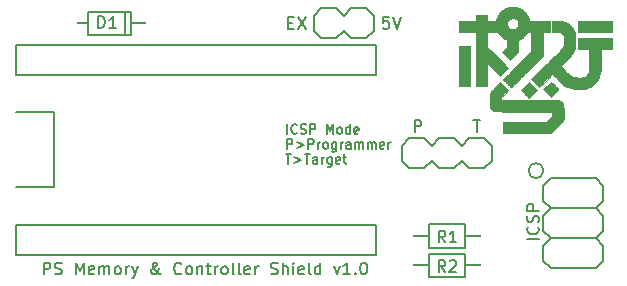
<source format=gbr>
G04 #@! TF.FileFunction,Legend,Top*
%FSLAX46Y46*%
G04 Gerber Fmt 4.6, Leading zero omitted, Abs format (unit mm)*
G04 Created by KiCad (PCBNEW 4.0.1-stable) date 2017/09/04 6:08:59*
%MOMM*%
G01*
G04 APERTURE LIST*
%ADD10C,0.100000*%
%ADD11C,0.200000*%
%ADD12C,0.150000*%
%ADD13C,0.010000*%
%ADD14R,1.797000X1.797000*%
%ADD15C,1.797000*%
%ADD16R,1.924000X1.924000*%
%ADD17C,1.924000*%
%ADD18C,2.400000*%
%ADD19C,3.400000*%
%ADD20C,3.900000*%
G04 APERTURE END LIST*
D10*
D11*
X182675000Y-119375000D02*
X179500000Y-119375000D01*
X182675000Y-113025000D02*
X182675000Y-119375000D01*
X179500000Y-113025000D02*
X182675000Y-113025000D01*
D12*
X202440476Y-114841905D02*
X202440476Y-114041905D01*
X203278571Y-114765714D02*
X203240476Y-114803810D01*
X203126190Y-114841905D01*
X203050000Y-114841905D01*
X202935714Y-114803810D01*
X202859523Y-114727619D01*
X202821428Y-114651429D01*
X202783333Y-114499048D01*
X202783333Y-114384762D01*
X202821428Y-114232381D01*
X202859523Y-114156190D01*
X202935714Y-114080000D01*
X203050000Y-114041905D01*
X203126190Y-114041905D01*
X203240476Y-114080000D01*
X203278571Y-114118095D01*
X203583333Y-114803810D02*
X203697619Y-114841905D01*
X203888095Y-114841905D01*
X203964285Y-114803810D01*
X204002381Y-114765714D01*
X204040476Y-114689524D01*
X204040476Y-114613333D01*
X204002381Y-114537143D01*
X203964285Y-114499048D01*
X203888095Y-114460952D01*
X203735714Y-114422857D01*
X203659523Y-114384762D01*
X203621428Y-114346667D01*
X203583333Y-114270476D01*
X203583333Y-114194286D01*
X203621428Y-114118095D01*
X203659523Y-114080000D01*
X203735714Y-114041905D01*
X203926190Y-114041905D01*
X204040476Y-114080000D01*
X204383333Y-114841905D02*
X204383333Y-114041905D01*
X204688095Y-114041905D01*
X204764286Y-114080000D01*
X204802381Y-114118095D01*
X204840476Y-114194286D01*
X204840476Y-114308571D01*
X204802381Y-114384762D01*
X204764286Y-114422857D01*
X204688095Y-114460952D01*
X204383333Y-114460952D01*
X205792857Y-114841905D02*
X205792857Y-114041905D01*
X206059524Y-114613333D01*
X206326191Y-114041905D01*
X206326191Y-114841905D01*
X206821429Y-114841905D02*
X206745238Y-114803810D01*
X206707143Y-114765714D01*
X206669048Y-114689524D01*
X206669048Y-114460952D01*
X206707143Y-114384762D01*
X206745238Y-114346667D01*
X206821429Y-114308571D01*
X206935715Y-114308571D01*
X207011905Y-114346667D01*
X207050000Y-114384762D01*
X207088096Y-114460952D01*
X207088096Y-114689524D01*
X207050000Y-114765714D01*
X207011905Y-114803810D01*
X206935715Y-114841905D01*
X206821429Y-114841905D01*
X207773810Y-114841905D02*
X207773810Y-114041905D01*
X207773810Y-114803810D02*
X207697620Y-114841905D01*
X207545239Y-114841905D01*
X207469048Y-114803810D01*
X207430953Y-114765714D01*
X207392858Y-114689524D01*
X207392858Y-114460952D01*
X207430953Y-114384762D01*
X207469048Y-114346667D01*
X207545239Y-114308571D01*
X207697620Y-114308571D01*
X207773810Y-114346667D01*
X208459525Y-114803810D02*
X208383335Y-114841905D01*
X208230954Y-114841905D01*
X208154763Y-114803810D01*
X208116668Y-114727619D01*
X208116668Y-114422857D01*
X208154763Y-114346667D01*
X208230954Y-114308571D01*
X208383335Y-114308571D01*
X208459525Y-114346667D01*
X208497620Y-114422857D01*
X208497620Y-114499048D01*
X208116668Y-114575238D01*
X202440476Y-116111905D02*
X202440476Y-115311905D01*
X202745238Y-115311905D01*
X202821429Y-115350000D01*
X202859524Y-115388095D01*
X202897619Y-115464286D01*
X202897619Y-115578571D01*
X202859524Y-115654762D01*
X202821429Y-115692857D01*
X202745238Y-115730952D01*
X202440476Y-115730952D01*
X203240476Y-115578571D02*
X203850000Y-115807143D01*
X203240476Y-116035714D01*
X204230952Y-116111905D02*
X204230952Y-115311905D01*
X204535714Y-115311905D01*
X204611905Y-115350000D01*
X204650000Y-115388095D01*
X204688095Y-115464286D01*
X204688095Y-115578571D01*
X204650000Y-115654762D01*
X204611905Y-115692857D01*
X204535714Y-115730952D01*
X204230952Y-115730952D01*
X205030952Y-116111905D02*
X205030952Y-115578571D01*
X205030952Y-115730952D02*
X205069047Y-115654762D01*
X205107143Y-115616667D01*
X205183333Y-115578571D01*
X205259524Y-115578571D01*
X205640476Y-116111905D02*
X205564285Y-116073810D01*
X205526190Y-116035714D01*
X205488095Y-115959524D01*
X205488095Y-115730952D01*
X205526190Y-115654762D01*
X205564285Y-115616667D01*
X205640476Y-115578571D01*
X205754762Y-115578571D01*
X205830952Y-115616667D01*
X205869047Y-115654762D01*
X205907143Y-115730952D01*
X205907143Y-115959524D01*
X205869047Y-116035714D01*
X205830952Y-116073810D01*
X205754762Y-116111905D01*
X205640476Y-116111905D01*
X206592857Y-115578571D02*
X206592857Y-116226190D01*
X206554762Y-116302381D01*
X206516667Y-116340476D01*
X206440476Y-116378571D01*
X206326191Y-116378571D01*
X206250000Y-116340476D01*
X206592857Y-116073810D02*
X206516667Y-116111905D01*
X206364286Y-116111905D01*
X206288095Y-116073810D01*
X206250000Y-116035714D01*
X206211905Y-115959524D01*
X206211905Y-115730952D01*
X206250000Y-115654762D01*
X206288095Y-115616667D01*
X206364286Y-115578571D01*
X206516667Y-115578571D01*
X206592857Y-115616667D01*
X206973810Y-116111905D02*
X206973810Y-115578571D01*
X206973810Y-115730952D02*
X207011905Y-115654762D01*
X207050001Y-115616667D01*
X207126191Y-115578571D01*
X207202382Y-115578571D01*
X207811905Y-116111905D02*
X207811905Y-115692857D01*
X207773810Y-115616667D01*
X207697620Y-115578571D01*
X207545239Y-115578571D01*
X207469048Y-115616667D01*
X207811905Y-116073810D02*
X207735715Y-116111905D01*
X207545239Y-116111905D01*
X207469048Y-116073810D01*
X207430953Y-115997619D01*
X207430953Y-115921429D01*
X207469048Y-115845238D01*
X207545239Y-115807143D01*
X207735715Y-115807143D01*
X207811905Y-115769048D01*
X208192858Y-116111905D02*
X208192858Y-115578571D01*
X208192858Y-115654762D02*
X208230953Y-115616667D01*
X208307144Y-115578571D01*
X208421430Y-115578571D01*
X208497620Y-115616667D01*
X208535715Y-115692857D01*
X208535715Y-116111905D01*
X208535715Y-115692857D02*
X208573811Y-115616667D01*
X208650001Y-115578571D01*
X208764287Y-115578571D01*
X208840477Y-115616667D01*
X208878572Y-115692857D01*
X208878572Y-116111905D01*
X209259525Y-116111905D02*
X209259525Y-115578571D01*
X209259525Y-115654762D02*
X209297620Y-115616667D01*
X209373811Y-115578571D01*
X209488097Y-115578571D01*
X209564287Y-115616667D01*
X209602382Y-115692857D01*
X209602382Y-116111905D01*
X209602382Y-115692857D02*
X209640478Y-115616667D01*
X209716668Y-115578571D01*
X209830954Y-115578571D01*
X209907144Y-115616667D01*
X209945239Y-115692857D01*
X209945239Y-116111905D01*
X210630954Y-116073810D02*
X210554764Y-116111905D01*
X210402383Y-116111905D01*
X210326192Y-116073810D01*
X210288097Y-115997619D01*
X210288097Y-115692857D01*
X210326192Y-115616667D01*
X210402383Y-115578571D01*
X210554764Y-115578571D01*
X210630954Y-115616667D01*
X210669049Y-115692857D01*
X210669049Y-115769048D01*
X210288097Y-115845238D01*
X211011906Y-116111905D02*
X211011906Y-115578571D01*
X211011906Y-115730952D02*
X211050001Y-115654762D01*
X211088097Y-115616667D01*
X211164287Y-115578571D01*
X211240478Y-115578571D01*
X202326190Y-116581905D02*
X202783333Y-116581905D01*
X202554762Y-117381905D02*
X202554762Y-116581905D01*
X203050000Y-116848571D02*
X203659524Y-117077143D01*
X203050000Y-117305714D01*
X203926190Y-116581905D02*
X204383333Y-116581905D01*
X204154762Y-117381905D02*
X204154762Y-116581905D01*
X204992857Y-117381905D02*
X204992857Y-116962857D01*
X204954762Y-116886667D01*
X204878572Y-116848571D01*
X204726191Y-116848571D01*
X204650000Y-116886667D01*
X204992857Y-117343810D02*
X204916667Y-117381905D01*
X204726191Y-117381905D01*
X204650000Y-117343810D01*
X204611905Y-117267619D01*
X204611905Y-117191429D01*
X204650000Y-117115238D01*
X204726191Y-117077143D01*
X204916667Y-117077143D01*
X204992857Y-117039048D01*
X205373810Y-117381905D02*
X205373810Y-116848571D01*
X205373810Y-117000952D02*
X205411905Y-116924762D01*
X205450001Y-116886667D01*
X205526191Y-116848571D01*
X205602382Y-116848571D01*
X206211905Y-116848571D02*
X206211905Y-117496190D01*
X206173810Y-117572381D01*
X206135715Y-117610476D01*
X206059524Y-117648571D01*
X205945239Y-117648571D01*
X205869048Y-117610476D01*
X206211905Y-117343810D02*
X206135715Y-117381905D01*
X205983334Y-117381905D01*
X205907143Y-117343810D01*
X205869048Y-117305714D01*
X205830953Y-117229524D01*
X205830953Y-117000952D01*
X205869048Y-116924762D01*
X205907143Y-116886667D01*
X205983334Y-116848571D01*
X206135715Y-116848571D01*
X206211905Y-116886667D01*
X206897620Y-117343810D02*
X206821430Y-117381905D01*
X206669049Y-117381905D01*
X206592858Y-117343810D01*
X206554763Y-117267619D01*
X206554763Y-116962857D01*
X206592858Y-116886667D01*
X206669049Y-116848571D01*
X206821430Y-116848571D01*
X206897620Y-116886667D01*
X206935715Y-116962857D01*
X206935715Y-117039048D01*
X206554763Y-117115238D01*
X207164286Y-116848571D02*
X207469048Y-116848571D01*
X207278572Y-116581905D02*
X207278572Y-117267619D01*
X207316667Y-117343810D01*
X207392858Y-117381905D01*
X207469048Y-117381905D01*
X202559524Y-105428571D02*
X202892858Y-105428571D01*
X203035715Y-105952381D02*
X202559524Y-105952381D01*
X202559524Y-104952381D01*
X203035715Y-104952381D01*
X203369048Y-104952381D02*
X204035715Y-105952381D01*
X204035715Y-104952381D02*
X203369048Y-105952381D01*
X211059524Y-104952381D02*
X210583333Y-104952381D01*
X210535714Y-105428571D01*
X210583333Y-105380952D01*
X210678571Y-105333333D01*
X210916667Y-105333333D01*
X211011905Y-105380952D01*
X211059524Y-105428571D01*
X211107143Y-105523810D01*
X211107143Y-105761905D01*
X211059524Y-105857143D01*
X211011905Y-105904762D01*
X210916667Y-105952381D01*
X210678571Y-105952381D01*
X210583333Y-105904762D01*
X210535714Y-105857143D01*
X211392857Y-104952381D02*
X211726190Y-105952381D01*
X212059524Y-104952381D01*
X181833331Y-126752381D02*
X181833331Y-125752381D01*
X182214284Y-125752381D01*
X182309522Y-125800000D01*
X182357141Y-125847619D01*
X182404760Y-125942857D01*
X182404760Y-126085714D01*
X182357141Y-126180952D01*
X182309522Y-126228571D01*
X182214284Y-126276190D01*
X181833331Y-126276190D01*
X182785712Y-126704762D02*
X182928569Y-126752381D01*
X183166665Y-126752381D01*
X183261903Y-126704762D01*
X183309522Y-126657143D01*
X183357141Y-126561905D01*
X183357141Y-126466667D01*
X183309522Y-126371429D01*
X183261903Y-126323810D01*
X183166665Y-126276190D01*
X182976188Y-126228571D01*
X182880950Y-126180952D01*
X182833331Y-126133333D01*
X182785712Y-126038095D01*
X182785712Y-125942857D01*
X182833331Y-125847619D01*
X182880950Y-125800000D01*
X182976188Y-125752381D01*
X183214284Y-125752381D01*
X183357141Y-125800000D01*
X184547617Y-126752381D02*
X184547617Y-125752381D01*
X184880951Y-126466667D01*
X185214284Y-125752381D01*
X185214284Y-126752381D01*
X186071427Y-126704762D02*
X185976189Y-126752381D01*
X185785712Y-126752381D01*
X185690474Y-126704762D01*
X185642855Y-126609524D01*
X185642855Y-126228571D01*
X185690474Y-126133333D01*
X185785712Y-126085714D01*
X185976189Y-126085714D01*
X186071427Y-126133333D01*
X186119046Y-126228571D01*
X186119046Y-126323810D01*
X185642855Y-126419048D01*
X186547617Y-126752381D02*
X186547617Y-126085714D01*
X186547617Y-126180952D02*
X186595236Y-126133333D01*
X186690474Y-126085714D01*
X186833332Y-126085714D01*
X186928570Y-126133333D01*
X186976189Y-126228571D01*
X186976189Y-126752381D01*
X186976189Y-126228571D02*
X187023808Y-126133333D01*
X187119046Y-126085714D01*
X187261903Y-126085714D01*
X187357141Y-126133333D01*
X187404760Y-126228571D01*
X187404760Y-126752381D01*
X188023807Y-126752381D02*
X187928569Y-126704762D01*
X187880950Y-126657143D01*
X187833331Y-126561905D01*
X187833331Y-126276190D01*
X187880950Y-126180952D01*
X187928569Y-126133333D01*
X188023807Y-126085714D01*
X188166665Y-126085714D01*
X188261903Y-126133333D01*
X188309522Y-126180952D01*
X188357141Y-126276190D01*
X188357141Y-126561905D01*
X188309522Y-126657143D01*
X188261903Y-126704762D01*
X188166665Y-126752381D01*
X188023807Y-126752381D01*
X188785712Y-126752381D02*
X188785712Y-126085714D01*
X188785712Y-126276190D02*
X188833331Y-126180952D01*
X188880950Y-126133333D01*
X188976188Y-126085714D01*
X189071427Y-126085714D01*
X189309522Y-126085714D02*
X189547617Y-126752381D01*
X189785713Y-126085714D02*
X189547617Y-126752381D01*
X189452379Y-126990476D01*
X189404760Y-127038095D01*
X189309522Y-127085714D01*
X191738094Y-126752381D02*
X191690475Y-126752381D01*
X191595237Y-126704762D01*
X191452380Y-126561905D01*
X191214285Y-126276190D01*
X191119046Y-126133333D01*
X191071427Y-125990476D01*
X191071427Y-125895238D01*
X191119046Y-125800000D01*
X191214285Y-125752381D01*
X191261904Y-125752381D01*
X191357142Y-125800000D01*
X191404761Y-125895238D01*
X191404761Y-125942857D01*
X191357142Y-126038095D01*
X191309523Y-126085714D01*
X191023808Y-126276190D01*
X190976189Y-126323810D01*
X190928570Y-126419048D01*
X190928570Y-126561905D01*
X190976189Y-126657143D01*
X191023808Y-126704762D01*
X191119046Y-126752381D01*
X191261904Y-126752381D01*
X191357142Y-126704762D01*
X191404761Y-126657143D01*
X191547618Y-126466667D01*
X191595237Y-126323810D01*
X191595237Y-126228571D01*
X193499999Y-126657143D02*
X193452380Y-126704762D01*
X193309523Y-126752381D01*
X193214285Y-126752381D01*
X193071427Y-126704762D01*
X192976189Y-126609524D01*
X192928570Y-126514286D01*
X192880951Y-126323810D01*
X192880951Y-126180952D01*
X192928570Y-125990476D01*
X192976189Y-125895238D01*
X193071427Y-125800000D01*
X193214285Y-125752381D01*
X193309523Y-125752381D01*
X193452380Y-125800000D01*
X193499999Y-125847619D01*
X194071427Y-126752381D02*
X193976189Y-126704762D01*
X193928570Y-126657143D01*
X193880951Y-126561905D01*
X193880951Y-126276190D01*
X193928570Y-126180952D01*
X193976189Y-126133333D01*
X194071427Y-126085714D01*
X194214285Y-126085714D01*
X194309523Y-126133333D01*
X194357142Y-126180952D01*
X194404761Y-126276190D01*
X194404761Y-126561905D01*
X194357142Y-126657143D01*
X194309523Y-126704762D01*
X194214285Y-126752381D01*
X194071427Y-126752381D01*
X194833332Y-126085714D02*
X194833332Y-126752381D01*
X194833332Y-126180952D02*
X194880951Y-126133333D01*
X194976189Y-126085714D01*
X195119047Y-126085714D01*
X195214285Y-126133333D01*
X195261904Y-126228571D01*
X195261904Y-126752381D01*
X195595237Y-126085714D02*
X195976189Y-126085714D01*
X195738094Y-125752381D02*
X195738094Y-126609524D01*
X195785713Y-126704762D01*
X195880951Y-126752381D01*
X195976189Y-126752381D01*
X196309523Y-126752381D02*
X196309523Y-126085714D01*
X196309523Y-126276190D02*
X196357142Y-126180952D01*
X196404761Y-126133333D01*
X196499999Y-126085714D01*
X196595238Y-126085714D01*
X197071428Y-126752381D02*
X196976190Y-126704762D01*
X196928571Y-126657143D01*
X196880952Y-126561905D01*
X196880952Y-126276190D01*
X196928571Y-126180952D01*
X196976190Y-126133333D01*
X197071428Y-126085714D01*
X197214286Y-126085714D01*
X197309524Y-126133333D01*
X197357143Y-126180952D01*
X197404762Y-126276190D01*
X197404762Y-126561905D01*
X197357143Y-126657143D01*
X197309524Y-126704762D01*
X197214286Y-126752381D01*
X197071428Y-126752381D01*
X197976190Y-126752381D02*
X197880952Y-126704762D01*
X197833333Y-126609524D01*
X197833333Y-125752381D01*
X198500000Y-126752381D02*
X198404762Y-126704762D01*
X198357143Y-126609524D01*
X198357143Y-125752381D01*
X199261906Y-126704762D02*
X199166668Y-126752381D01*
X198976191Y-126752381D01*
X198880953Y-126704762D01*
X198833334Y-126609524D01*
X198833334Y-126228571D01*
X198880953Y-126133333D01*
X198976191Y-126085714D01*
X199166668Y-126085714D01*
X199261906Y-126133333D01*
X199309525Y-126228571D01*
X199309525Y-126323810D01*
X198833334Y-126419048D01*
X199738096Y-126752381D02*
X199738096Y-126085714D01*
X199738096Y-126276190D02*
X199785715Y-126180952D01*
X199833334Y-126133333D01*
X199928572Y-126085714D01*
X200023811Y-126085714D01*
X201071430Y-126704762D02*
X201214287Y-126752381D01*
X201452383Y-126752381D01*
X201547621Y-126704762D01*
X201595240Y-126657143D01*
X201642859Y-126561905D01*
X201642859Y-126466667D01*
X201595240Y-126371429D01*
X201547621Y-126323810D01*
X201452383Y-126276190D01*
X201261906Y-126228571D01*
X201166668Y-126180952D01*
X201119049Y-126133333D01*
X201071430Y-126038095D01*
X201071430Y-125942857D01*
X201119049Y-125847619D01*
X201166668Y-125800000D01*
X201261906Y-125752381D01*
X201500002Y-125752381D01*
X201642859Y-125800000D01*
X202071430Y-126752381D02*
X202071430Y-125752381D01*
X202500002Y-126752381D02*
X202500002Y-126228571D01*
X202452383Y-126133333D01*
X202357145Y-126085714D01*
X202214287Y-126085714D01*
X202119049Y-126133333D01*
X202071430Y-126180952D01*
X202976192Y-126752381D02*
X202976192Y-126085714D01*
X202976192Y-125752381D02*
X202928573Y-125800000D01*
X202976192Y-125847619D01*
X203023811Y-125800000D01*
X202976192Y-125752381D01*
X202976192Y-125847619D01*
X203833335Y-126704762D02*
X203738097Y-126752381D01*
X203547620Y-126752381D01*
X203452382Y-126704762D01*
X203404763Y-126609524D01*
X203404763Y-126228571D01*
X203452382Y-126133333D01*
X203547620Y-126085714D01*
X203738097Y-126085714D01*
X203833335Y-126133333D01*
X203880954Y-126228571D01*
X203880954Y-126323810D01*
X203404763Y-126419048D01*
X204452382Y-126752381D02*
X204357144Y-126704762D01*
X204309525Y-126609524D01*
X204309525Y-125752381D01*
X205261907Y-126752381D02*
X205261907Y-125752381D01*
X205261907Y-126704762D02*
X205166669Y-126752381D01*
X204976192Y-126752381D01*
X204880954Y-126704762D01*
X204833335Y-126657143D01*
X204785716Y-126561905D01*
X204785716Y-126276190D01*
X204833335Y-126180952D01*
X204880954Y-126133333D01*
X204976192Y-126085714D01*
X205166669Y-126085714D01*
X205261907Y-126133333D01*
X206404764Y-126085714D02*
X206642859Y-126752381D01*
X206880955Y-126085714D01*
X207785717Y-126752381D02*
X207214288Y-126752381D01*
X207500002Y-126752381D02*
X207500002Y-125752381D01*
X207404764Y-125895238D01*
X207309526Y-125990476D01*
X207214288Y-126038095D01*
X208214288Y-126657143D02*
X208261907Y-126704762D01*
X208214288Y-126752381D01*
X208166669Y-126704762D01*
X208214288Y-126657143D01*
X208214288Y-126752381D01*
X208880954Y-125752381D02*
X208976193Y-125752381D01*
X209071431Y-125800000D01*
X209119050Y-125847619D01*
X209166669Y-125942857D01*
X209214288Y-126133333D01*
X209214288Y-126371429D01*
X209166669Y-126561905D01*
X209119050Y-126657143D01*
X209071431Y-126704762D01*
X208976193Y-126752381D01*
X208880954Y-126752381D01*
X208785716Y-126704762D01*
X208738097Y-126657143D01*
X208690478Y-126561905D01*
X208642859Y-126371429D01*
X208642859Y-126133333D01*
X208690478Y-125942857D01*
X208738097Y-125847619D01*
X208785716Y-125800000D01*
X208880954Y-125752381D01*
X223752381Y-123776190D02*
X222752381Y-123776190D01*
X223657143Y-122728571D02*
X223704762Y-122776190D01*
X223752381Y-122919047D01*
X223752381Y-123014285D01*
X223704762Y-123157143D01*
X223609524Y-123252381D01*
X223514286Y-123300000D01*
X223323810Y-123347619D01*
X223180952Y-123347619D01*
X222990476Y-123300000D01*
X222895238Y-123252381D01*
X222800000Y-123157143D01*
X222752381Y-123014285D01*
X222752381Y-122919047D01*
X222800000Y-122776190D01*
X222847619Y-122728571D01*
X223704762Y-122347619D02*
X223752381Y-122204762D01*
X223752381Y-121966666D01*
X223704762Y-121871428D01*
X223657143Y-121823809D01*
X223561905Y-121776190D01*
X223466667Y-121776190D01*
X223371429Y-121823809D01*
X223323810Y-121871428D01*
X223276190Y-121966666D01*
X223228571Y-122157143D01*
X223180952Y-122252381D01*
X223133333Y-122300000D01*
X223038095Y-122347619D01*
X222942857Y-122347619D01*
X222847619Y-122300000D01*
X222800000Y-122252381D01*
X222752381Y-122157143D01*
X222752381Y-121919047D01*
X222800000Y-121776190D01*
X223752381Y-121347619D02*
X222752381Y-121347619D01*
X222752381Y-120966666D01*
X222800000Y-120871428D01*
X222847619Y-120823809D01*
X222942857Y-120776190D01*
X223085714Y-120776190D01*
X223180952Y-120823809D01*
X223228571Y-120871428D01*
X223276190Y-120966666D01*
X223276190Y-121347619D01*
X218214286Y-113702381D02*
X218785715Y-113702381D01*
X218500000Y-114702381D02*
X218500000Y-113702381D01*
X213238095Y-114702381D02*
X213238095Y-113702381D01*
X213619048Y-113702381D01*
X213714286Y-113750000D01*
X213761905Y-113797619D01*
X213809524Y-113892857D01*
X213809524Y-114035714D01*
X213761905Y-114130952D01*
X213714286Y-114178571D01*
X213619048Y-114226190D01*
X213238095Y-114226190D01*
X219770000Y-117135000D02*
X219135000Y-117770000D01*
X219135000Y-117770000D02*
X217865000Y-117770000D01*
X217865000Y-117770000D02*
X217230000Y-117135000D01*
X217230000Y-117135000D02*
X216595000Y-117770000D01*
X216595000Y-117770000D02*
X215325000Y-117770000D01*
X215325000Y-117770000D02*
X214690000Y-117135000D01*
X214690000Y-117135000D02*
X214055000Y-117770000D01*
X214055000Y-117770000D02*
X212785000Y-117770000D01*
X212785000Y-117770000D02*
X212150000Y-117135000D01*
X212150000Y-117135000D02*
X212150000Y-115865000D01*
X212150000Y-115865000D02*
X212785000Y-115230000D01*
X212785000Y-115230000D02*
X214055000Y-115230000D01*
X214055000Y-115230000D02*
X214690000Y-115865000D01*
X214690000Y-115865000D02*
X215325000Y-115230000D01*
X215325000Y-115230000D02*
X216595000Y-115230000D01*
X216595000Y-115230000D02*
X217230000Y-115865000D01*
X217230000Y-115865000D02*
X217865000Y-115230000D01*
X217865000Y-115230000D02*
X219135000Y-115230000D01*
X219135000Y-115230000D02*
X219770000Y-115865000D01*
X219770000Y-115865000D02*
X219770000Y-117135000D01*
X224785000Y-126230000D02*
X228595000Y-126230000D01*
X224785000Y-123690000D02*
X228595000Y-123690000D01*
X224785000Y-121150000D02*
X228595000Y-121150000D01*
X224785000Y-118610000D02*
X228595000Y-118610000D01*
X228595000Y-118610000D02*
X229230000Y-119245000D01*
X229230000Y-119245000D02*
X229230000Y-120515000D01*
X229230000Y-120515000D02*
X228595000Y-121150000D01*
X228595000Y-121150000D02*
X229230000Y-121785000D01*
X229230000Y-121785000D02*
X229230000Y-123055000D01*
X229230000Y-123055000D02*
X228595000Y-123690000D01*
X228595000Y-123690000D02*
X229230000Y-124325000D01*
X229230000Y-124325000D02*
X229230000Y-125595000D01*
X229230000Y-125595000D02*
X228595000Y-126230000D01*
X224785000Y-126230000D02*
X224150000Y-125595000D01*
X224150000Y-125595000D02*
X224150000Y-124325000D01*
X224150000Y-124325000D02*
X224785000Y-123690000D01*
X224785000Y-123690000D02*
X224150000Y-123055000D01*
X224150000Y-123055000D02*
X224150000Y-121785000D01*
X224150000Y-121785000D02*
X224785000Y-121150000D01*
X224785000Y-121150000D02*
X224150000Y-120515000D01*
X224150000Y-120515000D02*
X224150000Y-119245000D01*
X224785000Y-118610000D02*
X224150000Y-119245000D01*
X224150000Y-117975000D02*
G75*
G03X224150000Y-117975000I-635000J0D01*
G01*
X206595000Y-104230000D02*
X205325000Y-104230000D01*
X209135000Y-104230000D02*
X207865000Y-104230000D01*
X207865000Y-106770000D02*
X209135000Y-106770000D01*
X206595000Y-106770000D02*
X205325000Y-106770000D01*
X207230000Y-104865000D02*
X206595000Y-104230000D01*
X207230000Y-104865000D02*
X207865000Y-104230000D01*
X207230000Y-106135000D02*
X206595000Y-106770000D01*
X207865000Y-106770000D02*
X207230000Y-106135000D01*
X209770000Y-106135000D02*
X209770000Y-104865000D01*
X209770000Y-104865000D02*
X209135000Y-104230000D01*
X205325000Y-106770000D02*
X204690000Y-106135000D01*
X204690000Y-106135000D02*
X204690000Y-104865000D01*
X204690000Y-104865000D02*
X205325000Y-104230000D01*
X209770000Y-106135000D02*
X209135000Y-106770000D01*
X179500000Y-107310000D02*
X209980000Y-107310000D01*
X209980000Y-107310000D02*
X209980000Y-109850000D01*
X179500000Y-125090000D02*
X209980000Y-125090000D01*
X209980000Y-125090000D02*
X209980000Y-122550000D01*
X209980000Y-109850000D02*
X179500000Y-109850000D01*
X179500000Y-109850000D02*
X179500000Y-107310000D01*
X209980000Y-122550000D02*
X179500000Y-122550000D01*
X179500000Y-122550000D02*
X179500000Y-125090000D01*
D13*
G36*
X220826997Y-110815216D02*
X221158496Y-111146644D01*
X220864810Y-111440408D01*
X220571125Y-111734172D01*
X220571125Y-112023612D01*
X223013890Y-112025697D01*
X225456656Y-112027781D01*
X225521405Y-112049722D01*
X225601244Y-112084826D01*
X225672302Y-112132477D01*
X225733303Y-112191378D01*
X225782967Y-112260230D01*
X225820018Y-112337736D01*
X225828067Y-112361156D01*
X225831386Y-112371912D01*
X225834258Y-112382429D01*
X225836713Y-112393883D01*
X225838786Y-112407451D01*
X225840508Y-112424311D01*
X225841912Y-112445637D01*
X225843031Y-112472608D01*
X225843896Y-112506400D01*
X225844541Y-112548189D01*
X225844997Y-112599153D01*
X225845298Y-112660467D01*
X225845476Y-112733309D01*
X225845562Y-112818855D01*
X225845591Y-112918282D01*
X225845593Y-112996156D01*
X225845593Y-113575594D01*
X225823368Y-113643063D01*
X225808401Y-113681922D01*
X225789448Y-113722079D01*
X225770234Y-113755730D01*
X225767805Y-113759376D01*
X225756575Y-113773244D01*
X225734902Y-113797473D01*
X225703592Y-113831224D01*
X225663454Y-113873657D01*
X225615295Y-113923933D01*
X225559923Y-113981214D01*
X225498145Y-114044661D01*
X225430769Y-114113434D01*
X225358603Y-114186695D01*
X225282454Y-114263604D01*
X225282031Y-114264031D01*
X225199499Y-114347134D01*
X225127308Y-114419701D01*
X225064655Y-114482498D01*
X225010734Y-114536295D01*
X224964739Y-114581856D01*
X224925867Y-114619951D01*
X224893313Y-114651345D01*
X224866271Y-114676806D01*
X224843937Y-114697103D01*
X224825506Y-114713001D01*
X224810173Y-114725268D01*
X224797134Y-114734671D01*
X224785582Y-114741978D01*
X224774715Y-114747955D01*
X224774031Y-114748307D01*
X224763485Y-114753954D01*
X224754310Y-114759192D01*
X224745906Y-114764037D01*
X224737674Y-114768504D01*
X224729016Y-114772608D01*
X224719332Y-114776365D01*
X224708024Y-114779789D01*
X224694492Y-114782897D01*
X224678138Y-114785703D01*
X224658363Y-114788223D01*
X224634568Y-114790471D01*
X224606154Y-114792463D01*
X224572522Y-114794215D01*
X224533074Y-114795741D01*
X224487209Y-114797057D01*
X224434331Y-114798178D01*
X224373838Y-114799119D01*
X224305134Y-114799896D01*
X224227618Y-114800524D01*
X224140692Y-114801017D01*
X224043757Y-114801392D01*
X223936213Y-114801664D01*
X223817463Y-114801847D01*
X223686908Y-114801957D01*
X223543947Y-114802009D01*
X223387983Y-114802019D01*
X223218416Y-114802001D01*
X223034648Y-114801972D01*
X222836080Y-114801946D01*
X222667400Y-114801938D01*
X220713873Y-114801938D01*
X220715920Y-114335609D01*
X220717968Y-113869281D01*
X222539923Y-113867280D01*
X224361877Y-113865279D01*
X224637407Y-113584171D01*
X224912937Y-113303064D01*
X224912937Y-112968600D01*
X222474140Y-112966491D01*
X222240547Y-112966286D01*
X222022297Y-112966086D01*
X221818859Y-112965887D01*
X221629702Y-112965687D01*
X221454293Y-112965482D01*
X221292102Y-112965268D01*
X221142596Y-112965041D01*
X221005244Y-112964799D01*
X220879515Y-112964537D01*
X220764877Y-112964253D01*
X220660798Y-112963942D01*
X220566747Y-112963602D01*
X220482193Y-112963228D01*
X220406603Y-112962818D01*
X220339446Y-112962367D01*
X220280192Y-112961873D01*
X220228307Y-112961331D01*
X220183261Y-112960739D01*
X220144522Y-112960092D01*
X220111558Y-112959388D01*
X220083838Y-112958623D01*
X220060831Y-112957793D01*
X220042004Y-112956894D01*
X220026826Y-112955924D01*
X220014767Y-112954879D01*
X220005293Y-112953756D01*
X219997874Y-112952550D01*
X219991978Y-112951258D01*
X219987992Y-112950159D01*
X219908490Y-112919109D01*
X219836268Y-112876591D01*
X219773325Y-112824229D01*
X219721660Y-112763649D01*
X219687646Y-112705955D01*
X219677604Y-112684676D01*
X219668892Y-112664860D01*
X219661420Y-112645261D01*
X219655100Y-112624633D01*
X219649843Y-112601729D01*
X219645559Y-112575305D01*
X219642161Y-112544113D01*
X219639559Y-112506908D01*
X219637664Y-112462443D01*
X219636387Y-112409473D01*
X219635639Y-112346751D01*
X219635332Y-112273031D01*
X219635376Y-112187067D01*
X219635682Y-112087613D01*
X219636116Y-111983875D01*
X219638468Y-111448344D01*
X219657003Y-111396750D01*
X219664689Y-111375643D01*
X219672188Y-111356529D01*
X219680333Y-111338442D01*
X219689953Y-111320417D01*
X219701880Y-111301488D01*
X219716945Y-111280690D01*
X219735978Y-111257057D01*
X219759812Y-111229623D01*
X219789276Y-111197423D01*
X219825203Y-111159492D01*
X219868422Y-111114863D01*
X219919766Y-111062572D01*
X219980064Y-111001652D01*
X220050148Y-110931139D01*
X220106241Y-110874785D01*
X220495499Y-110483788D01*
X220826997Y-110815216D01*
X220826997Y-110815216D01*
G37*
X220826997Y-110815216D02*
X221158496Y-111146644D01*
X220864810Y-111440408D01*
X220571125Y-111734172D01*
X220571125Y-112023612D01*
X223013890Y-112025697D01*
X225456656Y-112027781D01*
X225521405Y-112049722D01*
X225601244Y-112084826D01*
X225672302Y-112132477D01*
X225733303Y-112191378D01*
X225782967Y-112260230D01*
X225820018Y-112337736D01*
X225828067Y-112361156D01*
X225831386Y-112371912D01*
X225834258Y-112382429D01*
X225836713Y-112393883D01*
X225838786Y-112407451D01*
X225840508Y-112424311D01*
X225841912Y-112445637D01*
X225843031Y-112472608D01*
X225843896Y-112506400D01*
X225844541Y-112548189D01*
X225844997Y-112599153D01*
X225845298Y-112660467D01*
X225845476Y-112733309D01*
X225845562Y-112818855D01*
X225845591Y-112918282D01*
X225845593Y-112996156D01*
X225845593Y-113575594D01*
X225823368Y-113643063D01*
X225808401Y-113681922D01*
X225789448Y-113722079D01*
X225770234Y-113755730D01*
X225767805Y-113759376D01*
X225756575Y-113773244D01*
X225734902Y-113797473D01*
X225703592Y-113831224D01*
X225663454Y-113873657D01*
X225615295Y-113923933D01*
X225559923Y-113981214D01*
X225498145Y-114044661D01*
X225430769Y-114113434D01*
X225358603Y-114186695D01*
X225282454Y-114263604D01*
X225282031Y-114264031D01*
X225199499Y-114347134D01*
X225127308Y-114419701D01*
X225064655Y-114482498D01*
X225010734Y-114536295D01*
X224964739Y-114581856D01*
X224925867Y-114619951D01*
X224893313Y-114651345D01*
X224866271Y-114676806D01*
X224843937Y-114697103D01*
X224825506Y-114713001D01*
X224810173Y-114725268D01*
X224797134Y-114734671D01*
X224785582Y-114741978D01*
X224774715Y-114747955D01*
X224774031Y-114748307D01*
X224763485Y-114753954D01*
X224754310Y-114759192D01*
X224745906Y-114764037D01*
X224737674Y-114768504D01*
X224729016Y-114772608D01*
X224719332Y-114776365D01*
X224708024Y-114779789D01*
X224694492Y-114782897D01*
X224678138Y-114785703D01*
X224658363Y-114788223D01*
X224634568Y-114790471D01*
X224606154Y-114792463D01*
X224572522Y-114794215D01*
X224533074Y-114795741D01*
X224487209Y-114797057D01*
X224434331Y-114798178D01*
X224373838Y-114799119D01*
X224305134Y-114799896D01*
X224227618Y-114800524D01*
X224140692Y-114801017D01*
X224043757Y-114801392D01*
X223936213Y-114801664D01*
X223817463Y-114801847D01*
X223686908Y-114801957D01*
X223543947Y-114802009D01*
X223387983Y-114802019D01*
X223218416Y-114802001D01*
X223034648Y-114801972D01*
X222836080Y-114801946D01*
X222667400Y-114801938D01*
X220713873Y-114801938D01*
X220715920Y-114335609D01*
X220717968Y-113869281D01*
X222539923Y-113867280D01*
X224361877Y-113865279D01*
X224637407Y-113584171D01*
X224912937Y-113303064D01*
X224912937Y-112968600D01*
X222474140Y-112966491D01*
X222240547Y-112966286D01*
X222022297Y-112966086D01*
X221818859Y-112965887D01*
X221629702Y-112965687D01*
X221454293Y-112965482D01*
X221292102Y-112965268D01*
X221142596Y-112965041D01*
X221005244Y-112964799D01*
X220879515Y-112964537D01*
X220764877Y-112964253D01*
X220660798Y-112963942D01*
X220566747Y-112963602D01*
X220482193Y-112963228D01*
X220406603Y-112962818D01*
X220339446Y-112962367D01*
X220280192Y-112961873D01*
X220228307Y-112961331D01*
X220183261Y-112960739D01*
X220144522Y-112960092D01*
X220111558Y-112959388D01*
X220083838Y-112958623D01*
X220060831Y-112957793D01*
X220042004Y-112956894D01*
X220026826Y-112955924D01*
X220014767Y-112954879D01*
X220005293Y-112953756D01*
X219997874Y-112952550D01*
X219991978Y-112951258D01*
X219987992Y-112950159D01*
X219908490Y-112919109D01*
X219836268Y-112876591D01*
X219773325Y-112824229D01*
X219721660Y-112763649D01*
X219687646Y-112705955D01*
X219677604Y-112684676D01*
X219668892Y-112664860D01*
X219661420Y-112645261D01*
X219655100Y-112624633D01*
X219649843Y-112601729D01*
X219645559Y-112575305D01*
X219642161Y-112544113D01*
X219639559Y-112506908D01*
X219637664Y-112462443D01*
X219636387Y-112409473D01*
X219635639Y-112346751D01*
X219635332Y-112273031D01*
X219635376Y-112187067D01*
X219635682Y-112087613D01*
X219636116Y-111983875D01*
X219638468Y-111448344D01*
X219657003Y-111396750D01*
X219664689Y-111375643D01*
X219672188Y-111356529D01*
X219680333Y-111338442D01*
X219689953Y-111320417D01*
X219701880Y-111301488D01*
X219716945Y-111280690D01*
X219735978Y-111257057D01*
X219759812Y-111229623D01*
X219789276Y-111197423D01*
X219825203Y-111159492D01*
X219868422Y-111114863D01*
X219919766Y-111062572D01*
X219980064Y-111001652D01*
X220050148Y-110931139D01*
X220106241Y-110874785D01*
X220495499Y-110483788D01*
X220826997Y-110815216D01*
G36*
X223559546Y-111142726D02*
X223226230Y-111476113D01*
X223166115Y-111536175D01*
X223109349Y-111592762D01*
X223056923Y-111644896D01*
X223009824Y-111691601D01*
X222969042Y-111731900D01*
X222935564Y-111764814D01*
X222910381Y-111789368D01*
X222894480Y-111804584D01*
X222888874Y-111809500D01*
X222882686Y-111804043D01*
X222866284Y-111788327D01*
X222840663Y-111763335D01*
X222806818Y-111730051D01*
X222765743Y-111689456D01*
X222718434Y-111642535D01*
X222665885Y-111590270D01*
X222609092Y-111533644D01*
X222555487Y-111480082D01*
X222226141Y-111150663D01*
X222896812Y-110479992D01*
X223559546Y-111142726D01*
X223559546Y-111142726D01*
G37*
X223559546Y-111142726D02*
X223226230Y-111476113D01*
X223166115Y-111536175D01*
X223109349Y-111592762D01*
X223056923Y-111644896D01*
X223009824Y-111691601D01*
X222969042Y-111731900D01*
X222935564Y-111764814D01*
X222910381Y-111789368D01*
X222894480Y-111804584D01*
X222888874Y-111809500D01*
X222882686Y-111804043D01*
X222866284Y-111788327D01*
X222840663Y-111763335D01*
X222806818Y-111730051D01*
X222765743Y-111689456D01*
X222718434Y-111642535D01*
X222665885Y-111590270D01*
X222609092Y-111533644D01*
X222555487Y-111480082D01*
X222226141Y-111150663D01*
X222896812Y-110479992D01*
X223559546Y-111142726D01*
G36*
X225093550Y-110755832D02*
X225153088Y-110815515D01*
X225209137Y-110871957D01*
X225260710Y-110924147D01*
X225306818Y-110971073D01*
X225346475Y-111011723D01*
X225378692Y-111045085D01*
X225402482Y-111070147D01*
X225416857Y-111085897D01*
X225420937Y-111091227D01*
X225415472Y-111098126D01*
X225399733Y-111115213D01*
X225374702Y-111141484D01*
X225341360Y-111175933D01*
X225300689Y-111217556D01*
X225253671Y-111265346D01*
X225201288Y-111318299D01*
X225144523Y-111375410D01*
X225089511Y-111430520D01*
X224758085Y-111761875D01*
X224426730Y-111430450D01*
X224095375Y-111099024D01*
X224430769Y-110763699D01*
X224766164Y-110428374D01*
X225093550Y-110755832D01*
X225093550Y-110755832D01*
G37*
X225093550Y-110755832D02*
X225153088Y-110815515D01*
X225209137Y-110871957D01*
X225260710Y-110924147D01*
X225306818Y-110971073D01*
X225346475Y-111011723D01*
X225378692Y-111045085D01*
X225402482Y-111070147D01*
X225416857Y-111085897D01*
X225420937Y-111091227D01*
X225415472Y-111098126D01*
X225399733Y-111115213D01*
X225374702Y-111141484D01*
X225341360Y-111175933D01*
X225300689Y-111217556D01*
X225253671Y-111265346D01*
X225201288Y-111318299D01*
X225144523Y-111375410D01*
X225089511Y-111430520D01*
X224758085Y-111761875D01*
X224426730Y-111430450D01*
X224095375Y-111099024D01*
X224430769Y-110763699D01*
X224766164Y-110428374D01*
X225093550Y-110755832D01*
G36*
X225291953Y-105294916D02*
X225381118Y-105295683D01*
X225456014Y-105296437D01*
X225518244Y-105297251D01*
X225569412Y-105298196D01*
X225611124Y-105299345D01*
X225644984Y-105300768D01*
X225672596Y-105302538D01*
X225695566Y-105304726D01*
X225715497Y-105307403D01*
X225733994Y-105310643D01*
X225752661Y-105314516D01*
X225758281Y-105315755D01*
X225904711Y-105355884D01*
X226042194Y-105409105D01*
X226170634Y-105475351D01*
X226289937Y-105554560D01*
X226400006Y-105646666D01*
X226500747Y-105751605D01*
X226592064Y-105869312D01*
X226607835Y-105892360D01*
X226680211Y-106014453D01*
X226739128Y-106144931D01*
X226784549Y-106283703D01*
X226812287Y-106406839D01*
X226816053Y-106428123D01*
X226819238Y-106448245D01*
X226821893Y-106468705D01*
X226824064Y-106491002D01*
X226825800Y-106516636D01*
X226827150Y-106547109D01*
X226828162Y-106583919D01*
X226828884Y-106628566D01*
X226829364Y-106682552D01*
X226829652Y-106747376D01*
X226829795Y-106824538D01*
X226829841Y-106915538D01*
X226829843Y-106951750D01*
X226829780Y-107056904D01*
X226829510Y-107147785D01*
X226828912Y-107225994D01*
X226827862Y-107293134D01*
X226826241Y-107350807D01*
X226823925Y-107400613D01*
X226820794Y-107444156D01*
X226816725Y-107483036D01*
X226811596Y-107518856D01*
X226805287Y-107553217D01*
X226797675Y-107587721D01*
X226788638Y-107623969D01*
X226778055Y-107663565D01*
X226774848Y-107675288D01*
X226728667Y-107816166D01*
X226669162Y-107949898D01*
X226595578Y-108077947D01*
X226507163Y-108201776D01*
X226497614Y-108213813D01*
X226484319Y-108229043D01*
X226460780Y-108254467D01*
X226427990Y-108289061D01*
X226386940Y-108331805D01*
X226338624Y-108381677D01*
X226284035Y-108437658D01*
X226224165Y-108498724D01*
X226160007Y-108563856D01*
X226092554Y-108632032D01*
X226022799Y-108702232D01*
X226020774Y-108704265D01*
X225591593Y-109135187D01*
X225936875Y-109478798D01*
X226014027Y-109555470D01*
X226081164Y-109621843D01*
X226139446Y-109678890D01*
X226190032Y-109727586D01*
X226234082Y-109768908D01*
X226272756Y-109803829D01*
X226307213Y-109833324D01*
X226338615Y-109858369D01*
X226368119Y-109879939D01*
X226396887Y-109899008D01*
X226426079Y-109916552D01*
X226456853Y-109933545D01*
X226490370Y-109950962D01*
X226510909Y-109961334D01*
X226592823Y-109999162D01*
X226674869Y-110030004D01*
X226759336Y-110054270D01*
X226848514Y-110072370D01*
X226944692Y-110084710D01*
X227050161Y-110091702D01*
X227167208Y-110093752D01*
X227246562Y-110092723D01*
X227315929Y-110090771D01*
X227372276Y-110088115D01*
X227418457Y-110084318D01*
X227457325Y-110078944D01*
X227491732Y-110071557D01*
X227524533Y-110061722D01*
X227558580Y-110049000D01*
X227574029Y-110042654D01*
X227654465Y-110000745D01*
X227730524Y-109945050D01*
X227800833Y-109877368D01*
X227864019Y-109799502D01*
X227918706Y-109713253D01*
X227963520Y-109620423D01*
X227997088Y-109522812D01*
X228009407Y-109471906D01*
X228011762Y-109459863D01*
X228013854Y-109447107D01*
X228015700Y-109432677D01*
X228017315Y-109415612D01*
X228018713Y-109394951D01*
X228019912Y-109369733D01*
X228020926Y-109338996D01*
X228021771Y-109301779D01*
X228022463Y-109257122D01*
X228023017Y-109204062D01*
X228023448Y-109141640D01*
X228023772Y-109068893D01*
X228024006Y-108984861D01*
X228024163Y-108888582D01*
X228024260Y-108779096D01*
X228024313Y-108655441D01*
X228024333Y-108549234D01*
X228024437Y-107697999D01*
X227546203Y-107695953D01*
X227067968Y-107693906D01*
X227067968Y-106733469D01*
X229953372Y-106729457D01*
X229951327Y-107211682D01*
X229949281Y-107693906D01*
X229471426Y-107695952D01*
X228993571Y-107697999D01*
X228990662Y-108588921D01*
X228990208Y-108730761D01*
X228989791Y-108857739D01*
X228989361Y-108970868D01*
X228988867Y-109071163D01*
X228988260Y-109159636D01*
X228987490Y-109237300D01*
X228986507Y-109305169D01*
X228985262Y-109364255D01*
X228983704Y-109415573D01*
X228981783Y-109460135D01*
X228979450Y-109498955D01*
X228976655Y-109533045D01*
X228973348Y-109563420D01*
X228969479Y-109591092D01*
X228964998Y-109617074D01*
X228959855Y-109642380D01*
X228954001Y-109668023D01*
X228947386Y-109695016D01*
X228939959Y-109724373D01*
X228933532Y-109749719D01*
X228884569Y-109911942D01*
X228821348Y-110067207D01*
X228743929Y-110215399D01*
X228652376Y-110356408D01*
X228546751Y-110490121D01*
X228477198Y-110566229D01*
X228361237Y-110675427D01*
X228236357Y-110771801D01*
X228103438Y-110854909D01*
X227963359Y-110924305D01*
X227816998Y-110979545D01*
X227665235Y-111020187D01*
X227533568Y-111042803D01*
X227498040Y-111046759D01*
X227458763Y-111049805D01*
X227413535Y-111052009D01*
X227360155Y-111053442D01*
X227296419Y-111054172D01*
X227220125Y-111054270D01*
X227176381Y-111054103D01*
X227112246Y-111053692D01*
X227051914Y-111053151D01*
X226997561Y-111052511D01*
X226951362Y-111051805D01*
X226915493Y-111051063D01*
X226892129Y-111050317D01*
X226885406Y-111049917D01*
X226695765Y-111025135D01*
X226511229Y-110985403D01*
X226332195Y-110930879D01*
X226159058Y-110861720D01*
X225992212Y-110778083D01*
X225832053Y-110680127D01*
X225680374Y-110569123D01*
X225659980Y-110551744D01*
X225629670Y-110524328D01*
X225590720Y-110488094D01*
X225544403Y-110444263D01*
X225491996Y-110394057D01*
X225434774Y-110338696D01*
X225374012Y-110279401D01*
X225310985Y-110217393D01*
X225254250Y-110161142D01*
X224908968Y-109817532D01*
X224359303Y-110367004D01*
X223809638Y-110916475D01*
X223468341Y-110575247D01*
X223127044Y-110234020D01*
X224446844Y-108912369D01*
X224599907Y-108759052D01*
X224742032Y-108616605D01*
X224873538Y-108484706D01*
X224994742Y-108363031D01*
X225105964Y-108251257D01*
X225207522Y-108149060D01*
X225299734Y-108056116D01*
X225382920Y-107972104D01*
X225457396Y-107896698D01*
X225523483Y-107829577D01*
X225581497Y-107770416D01*
X225631759Y-107718892D01*
X225674585Y-107674682D01*
X225710296Y-107637462D01*
X225739208Y-107606909D01*
X225761642Y-107582700D01*
X225777914Y-107564512D01*
X225788344Y-107552020D01*
X225792790Y-107545750D01*
X225809256Y-107514337D01*
X225826628Y-107476380D01*
X225840202Y-107442562D01*
X225861468Y-107384344D01*
X225864065Y-106987469D01*
X225864594Y-106886364D01*
X225864746Y-106800214D01*
X225864507Y-106728099D01*
X225863862Y-106669105D01*
X225862797Y-106622312D01*
X225861298Y-106586805D01*
X225859350Y-106561665D01*
X225857156Y-106546938D01*
X225834393Y-106478299D01*
X225798307Y-106415398D01*
X225750924Y-106360212D01*
X225694269Y-106314718D01*
X225630368Y-106280895D01*
X225564679Y-106261352D01*
X225546396Y-106259414D01*
X225514056Y-106257666D01*
X225469476Y-106256151D01*
X225414474Y-106254910D01*
X225350867Y-106253985D01*
X225280472Y-106253419D01*
X225213479Y-106253250D01*
X224905000Y-106253250D01*
X224905000Y-105291735D01*
X225291953Y-105294916D01*
X225291953Y-105294916D01*
G37*
X225291953Y-105294916D02*
X225381118Y-105295683D01*
X225456014Y-105296437D01*
X225518244Y-105297251D01*
X225569412Y-105298196D01*
X225611124Y-105299345D01*
X225644984Y-105300768D01*
X225672596Y-105302538D01*
X225695566Y-105304726D01*
X225715497Y-105307403D01*
X225733994Y-105310643D01*
X225752661Y-105314516D01*
X225758281Y-105315755D01*
X225904711Y-105355884D01*
X226042194Y-105409105D01*
X226170634Y-105475351D01*
X226289937Y-105554560D01*
X226400006Y-105646666D01*
X226500747Y-105751605D01*
X226592064Y-105869312D01*
X226607835Y-105892360D01*
X226680211Y-106014453D01*
X226739128Y-106144931D01*
X226784549Y-106283703D01*
X226812287Y-106406839D01*
X226816053Y-106428123D01*
X226819238Y-106448245D01*
X226821893Y-106468705D01*
X226824064Y-106491002D01*
X226825800Y-106516636D01*
X226827150Y-106547109D01*
X226828162Y-106583919D01*
X226828884Y-106628566D01*
X226829364Y-106682552D01*
X226829652Y-106747376D01*
X226829795Y-106824538D01*
X226829841Y-106915538D01*
X226829843Y-106951750D01*
X226829780Y-107056904D01*
X226829510Y-107147785D01*
X226828912Y-107225994D01*
X226827862Y-107293134D01*
X226826241Y-107350807D01*
X226823925Y-107400613D01*
X226820794Y-107444156D01*
X226816725Y-107483036D01*
X226811596Y-107518856D01*
X226805287Y-107553217D01*
X226797675Y-107587721D01*
X226788638Y-107623969D01*
X226778055Y-107663565D01*
X226774848Y-107675288D01*
X226728667Y-107816166D01*
X226669162Y-107949898D01*
X226595578Y-108077947D01*
X226507163Y-108201776D01*
X226497614Y-108213813D01*
X226484319Y-108229043D01*
X226460780Y-108254467D01*
X226427990Y-108289061D01*
X226386940Y-108331805D01*
X226338624Y-108381677D01*
X226284035Y-108437658D01*
X226224165Y-108498724D01*
X226160007Y-108563856D01*
X226092554Y-108632032D01*
X226022799Y-108702232D01*
X226020774Y-108704265D01*
X225591593Y-109135187D01*
X225936875Y-109478798D01*
X226014027Y-109555470D01*
X226081164Y-109621843D01*
X226139446Y-109678890D01*
X226190032Y-109727586D01*
X226234082Y-109768908D01*
X226272756Y-109803829D01*
X226307213Y-109833324D01*
X226338615Y-109858369D01*
X226368119Y-109879939D01*
X226396887Y-109899008D01*
X226426079Y-109916552D01*
X226456853Y-109933545D01*
X226490370Y-109950962D01*
X226510909Y-109961334D01*
X226592823Y-109999162D01*
X226674869Y-110030004D01*
X226759336Y-110054270D01*
X226848514Y-110072370D01*
X226944692Y-110084710D01*
X227050161Y-110091702D01*
X227167208Y-110093752D01*
X227246562Y-110092723D01*
X227315929Y-110090771D01*
X227372276Y-110088115D01*
X227418457Y-110084318D01*
X227457325Y-110078944D01*
X227491732Y-110071557D01*
X227524533Y-110061722D01*
X227558580Y-110049000D01*
X227574029Y-110042654D01*
X227654465Y-110000745D01*
X227730524Y-109945050D01*
X227800833Y-109877368D01*
X227864019Y-109799502D01*
X227918706Y-109713253D01*
X227963520Y-109620423D01*
X227997088Y-109522812D01*
X228009407Y-109471906D01*
X228011762Y-109459863D01*
X228013854Y-109447107D01*
X228015700Y-109432677D01*
X228017315Y-109415612D01*
X228018713Y-109394951D01*
X228019912Y-109369733D01*
X228020926Y-109338996D01*
X228021771Y-109301779D01*
X228022463Y-109257122D01*
X228023017Y-109204062D01*
X228023448Y-109141640D01*
X228023772Y-109068893D01*
X228024006Y-108984861D01*
X228024163Y-108888582D01*
X228024260Y-108779096D01*
X228024313Y-108655441D01*
X228024333Y-108549234D01*
X228024437Y-107697999D01*
X227546203Y-107695953D01*
X227067968Y-107693906D01*
X227067968Y-106733469D01*
X229953372Y-106729457D01*
X229951327Y-107211682D01*
X229949281Y-107693906D01*
X229471426Y-107695952D01*
X228993571Y-107697999D01*
X228990662Y-108588921D01*
X228990208Y-108730761D01*
X228989791Y-108857739D01*
X228989361Y-108970868D01*
X228988867Y-109071163D01*
X228988260Y-109159636D01*
X228987490Y-109237300D01*
X228986507Y-109305169D01*
X228985262Y-109364255D01*
X228983704Y-109415573D01*
X228981783Y-109460135D01*
X228979450Y-109498955D01*
X228976655Y-109533045D01*
X228973348Y-109563420D01*
X228969479Y-109591092D01*
X228964998Y-109617074D01*
X228959855Y-109642380D01*
X228954001Y-109668023D01*
X228947386Y-109695016D01*
X228939959Y-109724373D01*
X228933532Y-109749719D01*
X228884569Y-109911942D01*
X228821348Y-110067207D01*
X228743929Y-110215399D01*
X228652376Y-110356408D01*
X228546751Y-110490121D01*
X228477198Y-110566229D01*
X228361237Y-110675427D01*
X228236357Y-110771801D01*
X228103438Y-110854909D01*
X227963359Y-110924305D01*
X227816998Y-110979545D01*
X227665235Y-111020187D01*
X227533568Y-111042803D01*
X227498040Y-111046759D01*
X227458763Y-111049805D01*
X227413535Y-111052009D01*
X227360155Y-111053442D01*
X227296419Y-111054172D01*
X227220125Y-111054270D01*
X227176381Y-111054103D01*
X227112246Y-111053692D01*
X227051914Y-111053151D01*
X226997561Y-111052511D01*
X226951362Y-111051805D01*
X226915493Y-111051063D01*
X226892129Y-111050317D01*
X226885406Y-111049917D01*
X226695765Y-111025135D01*
X226511229Y-110985403D01*
X226332195Y-110930879D01*
X226159058Y-110861720D01*
X225992212Y-110778083D01*
X225832053Y-110680127D01*
X225680374Y-110569123D01*
X225659980Y-110551744D01*
X225629670Y-110524328D01*
X225590720Y-110488094D01*
X225544403Y-110444263D01*
X225491996Y-110394057D01*
X225434774Y-110338696D01*
X225374012Y-110279401D01*
X225310985Y-110217393D01*
X225254250Y-110161142D01*
X224908968Y-109817532D01*
X224359303Y-110367004D01*
X223809638Y-110916475D01*
X223468341Y-110575247D01*
X223127044Y-110234020D01*
X224446844Y-108912369D01*
X224599907Y-108759052D01*
X224742032Y-108616605D01*
X224873538Y-108484706D01*
X224994742Y-108363031D01*
X225105964Y-108251257D01*
X225207522Y-108149060D01*
X225299734Y-108056116D01*
X225382920Y-107972104D01*
X225457396Y-107896698D01*
X225523483Y-107829577D01*
X225581497Y-107770416D01*
X225631759Y-107718892D01*
X225674585Y-107674682D01*
X225710296Y-107637462D01*
X225739208Y-107606909D01*
X225761642Y-107582700D01*
X225777914Y-107564512D01*
X225788344Y-107552020D01*
X225792790Y-107545750D01*
X225809256Y-107514337D01*
X225826628Y-107476380D01*
X225840202Y-107442562D01*
X225861468Y-107384344D01*
X225864065Y-106987469D01*
X225864594Y-106886364D01*
X225864746Y-106800214D01*
X225864507Y-106728099D01*
X225863862Y-106669105D01*
X225862797Y-106622312D01*
X225861298Y-106586805D01*
X225859350Y-106561665D01*
X225857156Y-106546938D01*
X225834393Y-106478299D01*
X225798307Y-106415398D01*
X225750924Y-106360212D01*
X225694269Y-106314718D01*
X225630368Y-106280895D01*
X225564679Y-106261352D01*
X225546396Y-106259414D01*
X225514056Y-106257666D01*
X225469476Y-106256151D01*
X225414474Y-106254910D01*
X225350867Y-106253985D01*
X225280472Y-106253419D01*
X225213479Y-106253250D01*
X224905000Y-106253250D01*
X224905000Y-105291735D01*
X225291953Y-105294916D01*
G36*
X221689913Y-104097971D02*
X221838409Y-104121437D01*
X221986238Y-104160749D01*
X222002991Y-104166222D01*
X222142320Y-104220788D01*
X222273753Y-104288697D01*
X222396550Y-104369125D01*
X222509972Y-104461244D01*
X222613279Y-104564230D01*
X222705733Y-104677256D01*
X222786593Y-104799495D01*
X222855121Y-104930122D01*
X222910577Y-105068312D01*
X222952221Y-105213237D01*
X222956312Y-105231297D01*
X222969843Y-105292813D01*
X224666875Y-105292813D01*
X224666875Y-106253250D01*
X224071562Y-106253250D01*
X224071562Y-108249549D01*
X222740038Y-109581056D01*
X222618564Y-109702511D01*
X222500041Y-109820984D01*
X222384959Y-109935984D01*
X222273808Y-110047025D01*
X222167077Y-110153618D01*
X222065255Y-110255276D01*
X221968832Y-110351509D01*
X221878298Y-110441831D01*
X221794142Y-110525752D01*
X221716854Y-110602785D01*
X221646924Y-110672441D01*
X221584840Y-110734234D01*
X221531094Y-110787673D01*
X221486173Y-110832272D01*
X221450568Y-110867542D01*
X221424768Y-110892995D01*
X221409263Y-110908143D01*
X221404518Y-110912563D01*
X221398343Y-110907104D01*
X221381945Y-110891379D01*
X221356308Y-110866360D01*
X221322419Y-110833023D01*
X221281262Y-110792340D01*
X221233825Y-110745287D01*
X221181091Y-110692838D01*
X221124046Y-110635966D01*
X221065199Y-110577169D01*
X221004927Y-110516755D01*
X220948131Y-110459576D01*
X220895788Y-110406631D01*
X220848874Y-110358919D01*
X220808363Y-110317440D01*
X220775233Y-110283191D01*
X220750458Y-110257173D01*
X220735015Y-110240383D01*
X220729875Y-110233862D01*
X220735405Y-110227567D01*
X220751652Y-110210576D01*
X220778098Y-110183410D01*
X220814226Y-110146589D01*
X220859518Y-110100635D01*
X220913457Y-110046068D01*
X220975525Y-109983409D01*
X221045205Y-109913178D01*
X221121981Y-109835897D01*
X221205334Y-109752087D01*
X221294747Y-109662267D01*
X221389702Y-109566960D01*
X221489683Y-109466685D01*
X221594172Y-109361964D01*
X221702652Y-109253318D01*
X221814604Y-109141266D01*
X221916531Y-109039313D01*
X223103187Y-107852676D01*
X223103187Y-106253250D01*
X222795680Y-106253250D01*
X222754826Y-106316129D01*
X222682243Y-106416709D01*
X222597707Y-106514697D01*
X222505073Y-106606064D01*
X222408199Y-106686783D01*
X222380180Y-106707399D01*
X222330691Y-106740216D01*
X222271455Y-106775585D01*
X222207660Y-106810674D01*
X222144491Y-106842652D01*
X222087136Y-106868686D01*
X222077265Y-106872751D01*
X222031625Y-106891171D01*
X222031625Y-107891993D01*
X221658615Y-108265231D01*
X221285606Y-108638469D01*
X220944248Y-108297198D01*
X220602890Y-107955928D01*
X221063250Y-107495370D01*
X221063250Y-106891474D01*
X220981169Y-106857765D01*
X220866217Y-106803076D01*
X220752675Y-106734519D01*
X220643391Y-106654036D01*
X220541215Y-106563570D01*
X220522493Y-106545064D01*
X220484512Y-106504782D01*
X220444255Y-106458581D01*
X220404480Y-106409929D01*
X220367942Y-106362296D01*
X220337397Y-106319151D01*
X220316911Y-106286317D01*
X220298326Y-106253250D01*
X219388437Y-106253250D01*
X219388437Y-107495442D01*
X220277448Y-108384479D01*
X221166458Y-109273517D01*
X220825129Y-109614777D01*
X220483799Y-109956038D01*
X219388437Y-108860762D01*
X219388437Y-110817435D01*
X218906234Y-110815390D01*
X218424031Y-110813344D01*
X218420035Y-106253250D01*
X216983375Y-106253250D01*
X216983375Y-105507009D01*
X221072039Y-105507009D01*
X221072177Y-105562885D01*
X221076291Y-105615106D01*
X221083319Y-105653554D01*
X221110932Y-105729107D01*
X221152146Y-105799752D01*
X221204950Y-105863456D01*
X221267335Y-105918189D01*
X221337288Y-105961919D01*
X221412799Y-105992614D01*
X221421419Y-105995125D01*
X221460281Y-106002132D01*
X221509302Y-106005354D01*
X221563284Y-106004983D01*
X221617025Y-106001212D01*
X221665326Y-105994234D01*
X221701680Y-105984723D01*
X221780260Y-105948340D01*
X221849871Y-105900041D01*
X221909347Y-105841349D01*
X221957524Y-105773792D01*
X221993234Y-105698893D01*
X222015313Y-105618179D01*
X222021641Y-105565957D01*
X222019979Y-105477858D01*
X222003386Y-105395137D01*
X221971930Y-105317975D01*
X221925682Y-105246558D01*
X221881672Y-105197213D01*
X221815101Y-105139984D01*
X221745616Y-105097996D01*
X221671781Y-105070688D01*
X221592159Y-105057494D01*
X221523625Y-105056709D01*
X221439501Y-105068242D01*
X221360146Y-105093722D01*
X221287140Y-105131883D01*
X221222062Y-105181460D01*
X221166494Y-105241187D01*
X221122014Y-105309800D01*
X221090203Y-105386034D01*
X221083658Y-105409052D01*
X221075869Y-105453668D01*
X221072039Y-105507009D01*
X216983375Y-105507009D01*
X216983375Y-105292813D01*
X218419829Y-105292813D01*
X218421930Y-105052703D01*
X218424031Y-104812594D01*
X219388437Y-104808502D01*
X219388437Y-105292813D01*
X220123712Y-105292813D01*
X220134077Y-105239234D01*
X220155755Y-105150926D01*
X220187258Y-105055890D01*
X220226798Y-104958222D01*
X220272586Y-104862016D01*
X220322834Y-104771369D01*
X220370688Y-104697500D01*
X220405037Y-104652855D01*
X220449092Y-104601849D01*
X220499787Y-104547549D01*
X220554057Y-104493020D01*
X220608835Y-104441330D01*
X220661055Y-104395544D01*
X220707651Y-104358730D01*
X220714000Y-104354147D01*
X220770279Y-104317344D01*
X220836961Y-104278919D01*
X220909199Y-104241307D01*
X220982152Y-104206944D01*
X221050975Y-104178265D01*
X221095000Y-104162584D01*
X221243293Y-104122657D01*
X221392067Y-104098580D01*
X221541036Y-104090351D01*
X221689913Y-104097971D01*
X221689913Y-104097971D01*
G37*
X221689913Y-104097971D02*
X221838409Y-104121437D01*
X221986238Y-104160749D01*
X222002991Y-104166222D01*
X222142320Y-104220788D01*
X222273753Y-104288697D01*
X222396550Y-104369125D01*
X222509972Y-104461244D01*
X222613279Y-104564230D01*
X222705733Y-104677256D01*
X222786593Y-104799495D01*
X222855121Y-104930122D01*
X222910577Y-105068312D01*
X222952221Y-105213237D01*
X222956312Y-105231297D01*
X222969843Y-105292813D01*
X224666875Y-105292813D01*
X224666875Y-106253250D01*
X224071562Y-106253250D01*
X224071562Y-108249549D01*
X222740038Y-109581056D01*
X222618564Y-109702511D01*
X222500041Y-109820984D01*
X222384959Y-109935984D01*
X222273808Y-110047025D01*
X222167077Y-110153618D01*
X222065255Y-110255276D01*
X221968832Y-110351509D01*
X221878298Y-110441831D01*
X221794142Y-110525752D01*
X221716854Y-110602785D01*
X221646924Y-110672441D01*
X221584840Y-110734234D01*
X221531094Y-110787673D01*
X221486173Y-110832272D01*
X221450568Y-110867542D01*
X221424768Y-110892995D01*
X221409263Y-110908143D01*
X221404518Y-110912563D01*
X221398343Y-110907104D01*
X221381945Y-110891379D01*
X221356308Y-110866360D01*
X221322419Y-110833023D01*
X221281262Y-110792340D01*
X221233825Y-110745287D01*
X221181091Y-110692838D01*
X221124046Y-110635966D01*
X221065199Y-110577169D01*
X221004927Y-110516755D01*
X220948131Y-110459576D01*
X220895788Y-110406631D01*
X220848874Y-110358919D01*
X220808363Y-110317440D01*
X220775233Y-110283191D01*
X220750458Y-110257173D01*
X220735015Y-110240383D01*
X220729875Y-110233862D01*
X220735405Y-110227567D01*
X220751652Y-110210576D01*
X220778098Y-110183410D01*
X220814226Y-110146589D01*
X220859518Y-110100635D01*
X220913457Y-110046068D01*
X220975525Y-109983409D01*
X221045205Y-109913178D01*
X221121981Y-109835897D01*
X221205334Y-109752087D01*
X221294747Y-109662267D01*
X221389702Y-109566960D01*
X221489683Y-109466685D01*
X221594172Y-109361964D01*
X221702652Y-109253318D01*
X221814604Y-109141266D01*
X221916531Y-109039313D01*
X223103187Y-107852676D01*
X223103187Y-106253250D01*
X222795680Y-106253250D01*
X222754826Y-106316129D01*
X222682243Y-106416709D01*
X222597707Y-106514697D01*
X222505073Y-106606064D01*
X222408199Y-106686783D01*
X222380180Y-106707399D01*
X222330691Y-106740216D01*
X222271455Y-106775585D01*
X222207660Y-106810674D01*
X222144491Y-106842652D01*
X222087136Y-106868686D01*
X222077265Y-106872751D01*
X222031625Y-106891171D01*
X222031625Y-107891993D01*
X221658615Y-108265231D01*
X221285606Y-108638469D01*
X220944248Y-108297198D01*
X220602890Y-107955928D01*
X221063250Y-107495370D01*
X221063250Y-106891474D01*
X220981169Y-106857765D01*
X220866217Y-106803076D01*
X220752675Y-106734519D01*
X220643391Y-106654036D01*
X220541215Y-106563570D01*
X220522493Y-106545064D01*
X220484512Y-106504782D01*
X220444255Y-106458581D01*
X220404480Y-106409929D01*
X220367942Y-106362296D01*
X220337397Y-106319151D01*
X220316911Y-106286317D01*
X220298326Y-106253250D01*
X219388437Y-106253250D01*
X219388437Y-107495442D01*
X220277448Y-108384479D01*
X221166458Y-109273517D01*
X220825129Y-109614777D01*
X220483799Y-109956038D01*
X219388437Y-108860762D01*
X219388437Y-110817435D01*
X218906234Y-110815390D01*
X218424031Y-110813344D01*
X218420035Y-106253250D01*
X216983375Y-106253250D01*
X216983375Y-105507009D01*
X221072039Y-105507009D01*
X221072177Y-105562885D01*
X221076291Y-105615106D01*
X221083319Y-105653554D01*
X221110932Y-105729107D01*
X221152146Y-105799752D01*
X221204950Y-105863456D01*
X221267335Y-105918189D01*
X221337288Y-105961919D01*
X221412799Y-105992614D01*
X221421419Y-105995125D01*
X221460281Y-106002132D01*
X221509302Y-106005354D01*
X221563284Y-106004983D01*
X221617025Y-106001212D01*
X221665326Y-105994234D01*
X221701680Y-105984723D01*
X221780260Y-105948340D01*
X221849871Y-105900041D01*
X221909347Y-105841349D01*
X221957524Y-105773792D01*
X221993234Y-105698893D01*
X222015313Y-105618179D01*
X222021641Y-105565957D01*
X222019979Y-105477858D01*
X222003386Y-105395137D01*
X221971930Y-105317975D01*
X221925682Y-105246558D01*
X221881672Y-105197213D01*
X221815101Y-105139984D01*
X221745616Y-105097996D01*
X221671781Y-105070688D01*
X221592159Y-105057494D01*
X221523625Y-105056709D01*
X221439501Y-105068242D01*
X221360146Y-105093722D01*
X221287140Y-105131883D01*
X221222062Y-105181460D01*
X221166494Y-105241187D01*
X221122014Y-105309800D01*
X221090203Y-105386034D01*
X221083658Y-105409052D01*
X221075869Y-105453668D01*
X221072039Y-105507009D01*
X216983375Y-105507009D01*
X216983375Y-105292813D01*
X218419829Y-105292813D01*
X218421930Y-105052703D01*
X218424031Y-104812594D01*
X219388437Y-104808502D01*
X219388437Y-105292813D01*
X220123712Y-105292813D01*
X220134077Y-105239234D01*
X220155755Y-105150926D01*
X220187258Y-105055890D01*
X220226798Y-104958222D01*
X220272586Y-104862016D01*
X220322834Y-104771369D01*
X220370688Y-104697500D01*
X220405037Y-104652855D01*
X220449092Y-104601849D01*
X220499787Y-104547549D01*
X220554057Y-104493020D01*
X220608835Y-104441330D01*
X220661055Y-104395544D01*
X220707651Y-104358730D01*
X220714000Y-104354147D01*
X220770279Y-104317344D01*
X220836961Y-104278919D01*
X220909199Y-104241307D01*
X220982152Y-104206944D01*
X221050975Y-104178265D01*
X221095000Y-104162584D01*
X221243293Y-104122657D01*
X221392067Y-104098580D01*
X221541036Y-104090351D01*
X221689913Y-104097971D01*
G36*
X217943812Y-110817313D02*
X216983375Y-110817313D01*
X216983375Y-107451813D01*
X217943812Y-107451813D01*
X217943812Y-110817313D01*
X217943812Y-110817313D01*
G37*
X217943812Y-110817313D02*
X216983375Y-110817313D01*
X216983375Y-107451813D01*
X217943812Y-107451813D01*
X217943812Y-110817313D01*
G36*
X229953250Y-106253250D02*
X227064000Y-106253250D01*
X227064000Y-105292813D01*
X229953250Y-105292813D01*
X229953250Y-106253250D01*
X229953250Y-106253250D01*
G37*
X229953250Y-106253250D02*
X227064000Y-106253250D01*
X227064000Y-105292813D01*
X229953250Y-105292813D01*
X229953250Y-106253250D01*
D12*
X217524000Y-123500000D02*
X219048000Y-123500000D01*
X214476000Y-123500000D02*
X212952000Y-123500000D01*
X214498860Y-122499240D02*
X214498860Y-124500760D01*
X214498860Y-124500760D02*
X217501140Y-124500760D01*
X217501140Y-124500760D02*
X217501140Y-122499240D01*
X217501140Y-122499240D02*
X214498860Y-122499240D01*
X217524000Y-126000000D02*
X219048000Y-126000000D01*
X214476000Y-126000000D02*
X212952000Y-126000000D01*
X214498860Y-124999240D02*
X214498860Y-127000760D01*
X214498860Y-127000760D02*
X217501140Y-127000760D01*
X217501140Y-127000760D02*
X217501140Y-124999240D01*
X217501140Y-124999240D02*
X214498860Y-124999240D01*
X185600000Y-105500000D02*
X184500000Y-105500000D01*
X189200000Y-105500000D02*
X190500000Y-105500000D01*
X189200000Y-106500000D02*
X185600000Y-106500000D01*
X185600000Y-106500000D02*
X185600000Y-104500000D01*
X185600000Y-104500000D02*
X189200000Y-104500000D01*
X189200000Y-104500000D02*
X189200000Y-106500000D01*
X188706500Y-106452500D02*
X188706500Y-104547500D01*
X215833334Y-124052381D02*
X215500000Y-123576190D01*
X215261905Y-124052381D02*
X215261905Y-123052381D01*
X215642858Y-123052381D01*
X215738096Y-123100000D01*
X215785715Y-123147619D01*
X215833334Y-123242857D01*
X215833334Y-123385714D01*
X215785715Y-123480952D01*
X215738096Y-123528571D01*
X215642858Y-123576190D01*
X215261905Y-123576190D01*
X216785715Y-124052381D02*
X216214286Y-124052381D01*
X216500000Y-124052381D02*
X216500000Y-123052381D01*
X216404762Y-123195238D01*
X216309524Y-123290476D01*
X216214286Y-123338095D01*
X215833334Y-126552381D02*
X215500000Y-126076190D01*
X215261905Y-126552381D02*
X215261905Y-125552381D01*
X215642858Y-125552381D01*
X215738096Y-125600000D01*
X215785715Y-125647619D01*
X215833334Y-125742857D01*
X215833334Y-125885714D01*
X215785715Y-125980952D01*
X215738096Y-126028571D01*
X215642858Y-126076190D01*
X215261905Y-126076190D01*
X216214286Y-125647619D02*
X216261905Y-125600000D01*
X216357143Y-125552381D01*
X216595239Y-125552381D01*
X216690477Y-125600000D01*
X216738096Y-125647619D01*
X216785715Y-125742857D01*
X216785715Y-125838095D01*
X216738096Y-125980952D01*
X216166667Y-126552381D01*
X216785715Y-126552381D01*
X186444405Y-105888881D02*
X186444405Y-104888881D01*
X186682500Y-104888881D01*
X186825358Y-104936500D01*
X186920596Y-105031738D01*
X186968215Y-105126976D01*
X187015834Y-105317452D01*
X187015834Y-105460310D01*
X186968215Y-105650786D01*
X186920596Y-105746024D01*
X186825358Y-105841262D01*
X186682500Y-105888881D01*
X186444405Y-105888881D01*
X187968215Y-105888881D02*
X187396786Y-105888881D01*
X187682500Y-105888881D02*
X187682500Y-104888881D01*
X187587262Y-105031738D01*
X187492024Y-105126976D01*
X187396786Y-105174595D01*
%LPC*%
D14*
X218500000Y-116500000D03*
D15*
X215960000Y-116500000D03*
X213420000Y-116500000D03*
D14*
X225420000Y-119880000D03*
D15*
X227960000Y-119880000D03*
X225420000Y-122420000D03*
X227960000Y-122420000D03*
X225420000Y-124960000D03*
X227960000Y-124960000D03*
D14*
X208500000Y-105500000D03*
D15*
X205960000Y-105500000D03*
D16*
X180770000Y-123820000D03*
D17*
X183310000Y-123820000D03*
X185850000Y-123820000D03*
X188390000Y-123820000D03*
X190930000Y-123820000D03*
X193470000Y-123820000D03*
X196010000Y-123820000D03*
X198550000Y-123820000D03*
X201090000Y-123820000D03*
X203630000Y-123820000D03*
X206170000Y-123820000D03*
X208710000Y-123820000D03*
X208710000Y-108580000D03*
X206170000Y-108580000D03*
X203630000Y-108580000D03*
X201090000Y-108580000D03*
X198550000Y-108580000D03*
X196010000Y-108580000D03*
X193470000Y-108580000D03*
X190930000Y-108580000D03*
X188390000Y-108580000D03*
X185850000Y-108580000D03*
X183310000Y-108580000D03*
X180770000Y-108580000D03*
D18*
X215240000Y-111500000D03*
X212700000Y-111500000D03*
X210160000Y-111500000D03*
X205080000Y-111500000D03*
X202540000Y-111500000D03*
X200000000Y-111500000D03*
X194920000Y-111500000D03*
X192380000Y-111500000D03*
D19*
X200000000Y-120500000D03*
D20*
X200000000Y-117000000D03*
D19*
X204000000Y-120500000D03*
X208000000Y-120500000D03*
X212000000Y-120500000D03*
X216000000Y-120500000D03*
X220000000Y-120500000D03*
X196000000Y-120500000D03*
X192000000Y-120500000D03*
X188000000Y-120500000D03*
D18*
X196400000Y-105500000D03*
D15*
X212190000Y-123500000D03*
X219810000Y-123500000D03*
X212190000Y-126000000D03*
X219810000Y-126000000D03*
D14*
X191310000Y-105500000D03*
D15*
X183690000Y-105500000D03*
M02*

</source>
